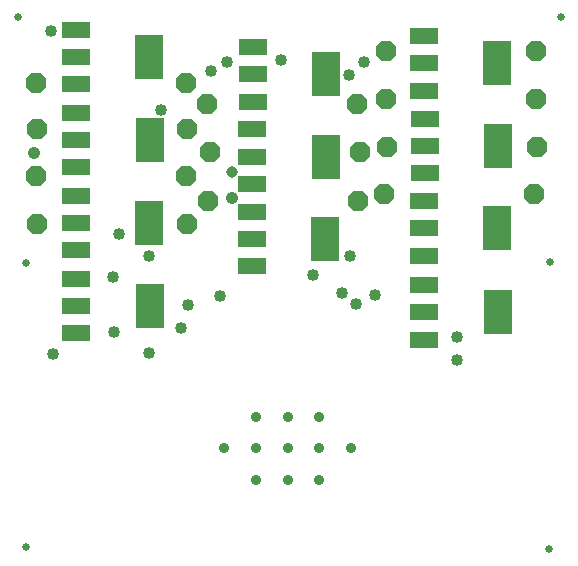
<source format=gbs>
G75*
%MOIN*%
%OFA0B0*%
%FSLAX25Y25*%
%IPPOS*%
%LPD*%
%AMOC8*
5,1,8,0,0,1.08239X$1,22.5*
%
%ADD10C,0.02572*%
%ADD11C,0.03581*%
%ADD12OC8,0.06800*%
%ADD13R,0.09600X0.05600*%
%ADD14R,0.09461X0.14973*%
%ADD15C,0.04178*%
%ADD16C,0.03981*%
%ADD17C,0.03824*%
D10*
X0013841Y0013841D03*
X0013841Y0108329D03*
X0011006Y0190376D03*
X0188329Y0108880D03*
X0192109Y0190534D03*
X0188014Y0013211D03*
D11*
X0122148Y0046676D03*
X0111597Y0046676D03*
X0111557Y0057227D03*
X0101046Y0057227D03*
X0101046Y0046676D03*
X0090494Y0046676D03*
X0079943Y0046676D03*
X0090494Y0057227D03*
X0090494Y0036124D03*
X0101046Y0036124D03*
X0111597Y0036124D03*
D12*
X0067502Y0121557D03*
X0074353Y0129195D03*
X0067187Y0137581D03*
X0074983Y0145416D03*
X0067345Y0153014D03*
X0074195Y0161479D03*
X0067187Y0168447D03*
X0017187Y0168447D03*
X0017345Y0153014D03*
X0017187Y0137581D03*
X0017502Y0121557D03*
X0124353Y0129195D03*
X0133250Y0131321D03*
X0124983Y0145416D03*
X0134038Y0147109D03*
X0124195Y0161479D03*
X0133880Y0163014D03*
X0133880Y0179077D03*
X0183880Y0179077D03*
X0183880Y0163014D03*
X0184038Y0147109D03*
X0183250Y0131321D03*
D13*
X0146405Y0129083D03*
X0146641Y0138284D03*
X0146641Y0147384D03*
X0146641Y0156484D03*
X0146405Y0165843D03*
X0146405Y0174943D03*
X0146405Y0184043D03*
X0089318Y0180421D03*
X0089318Y0171321D03*
X0089318Y0162221D03*
X0089239Y0153020D03*
X0089239Y0143920D03*
X0089239Y0134820D03*
X0089161Y0125461D03*
X0089161Y0116361D03*
X0089161Y0107261D03*
X0146405Y0110883D03*
X0146405Y0119983D03*
X0146562Y0101051D03*
X0146562Y0091951D03*
X0146562Y0082851D03*
X0030578Y0085056D03*
X0030578Y0094156D03*
X0030578Y0103256D03*
X0030499Y0112615D03*
X0030499Y0121715D03*
X0030499Y0130815D03*
X0030578Y0140331D03*
X0030578Y0149431D03*
X0030578Y0158531D03*
X0030342Y0168048D03*
X0030342Y0177148D03*
X0030342Y0186248D03*
D14*
X0054743Y0177148D03*
X0054979Y0149431D03*
X0054900Y0121715D03*
X0054979Y0094156D03*
X0113561Y0116361D03*
X0113640Y0143920D03*
X0113719Y0171321D03*
X0170806Y0174943D03*
X0171042Y0147384D03*
X0170806Y0119983D03*
X0170963Y0091951D03*
D15*
X0082502Y0130219D03*
X0016361Y0145180D03*
D16*
X0044628Y0118250D03*
X0054825Y0110869D03*
X0042817Y0103762D03*
X0042975Y0085337D03*
X0054786Y0078565D03*
X0065327Y0086804D03*
X0067758Y0094412D03*
X0078408Y0097463D03*
X0109589Y0104451D03*
X0119038Y0098408D03*
X0123762Y0094786D03*
X0130061Y0097709D03*
X0121892Y0110790D03*
X0157620Y0083605D03*
X0157620Y0076046D03*
X0121518Y0171164D03*
X0126400Y0175396D03*
X0098782Y0176026D03*
X0080908Y0175278D03*
X0075416Y0172463D03*
X0058743Y0159412D03*
X0022050Y0185809D03*
X0022660Y0078024D03*
D17*
X0082522Y0138644D03*
M02*

</source>
